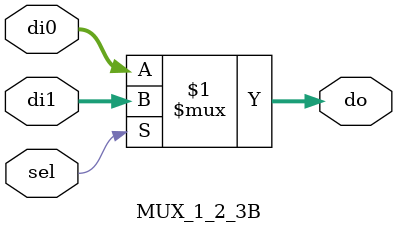
<source format=v>
module MUX_1_2_3B (di1, di0, sel, do);
	input sel;
	input [2:0] di1, di0;
	output [2:0] do;

	assign do = sel ? di1 : di0;
endmodule
</source>
